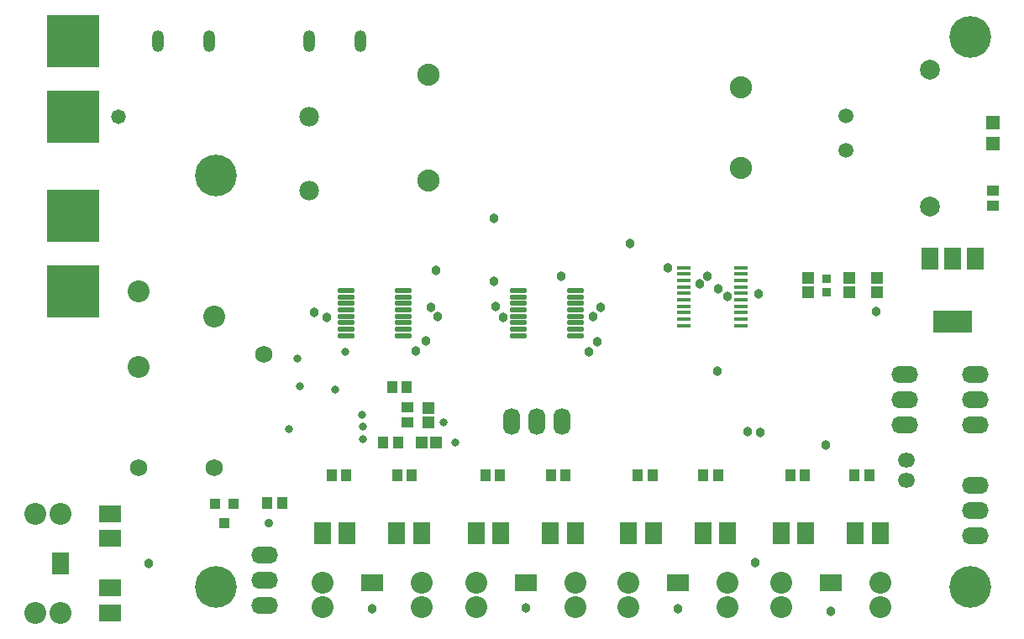
<source format=gts>
G04*
G04 #@! TF.GenerationSoftware,Altium Limited,Altium Designer,20.0.13 (296)*
G04*
G04 Layer_Color=8388736*
%FSLAX25Y25*%
%MOIN*%
G70*
G01*
G75*
%ADD17R,0.04934X0.04540*%
%ADD18R,0.04343X0.05131*%
%ADD19R,0.04540X0.04934*%
%ADD20R,0.05131X0.04343*%
%ADD21R,0.03556X0.03359*%
%ADD22R,0.05524X0.05524*%
%ADD23R,0.20800X0.20800*%
%ADD24R,0.05315X0.01575*%
%ADD25O,0.06902X0.02178*%
%ADD26R,0.06706X0.08674*%
%ADD27R,0.15761X0.08674*%
%ADD28R,0.03950X0.04343*%
%ADD29C,0.06800*%
%ADD30O,0.06800X0.05721*%
%ADD31O,0.06800X0.10642*%
%ADD32O,0.10642X0.06800*%
%ADD33R,0.06800X0.08674*%
%ADD34R,0.08674X0.06800*%
%ADD35C,0.08674*%
%ADD36R,0.06800X0.08674*%
%ADD37R,0.08674X0.06800*%
%ADD38C,0.08800*%
%ADD39C,0.05918*%
%ADD40O,0.04737X0.08674*%
%ADD41C,0.07800*%
%ADD42C,0.07887*%
%ADD43C,0.03300*%
%ADD44C,0.03800*%
%ADD45C,0.03200*%
%ADD46C,0.03600*%
%ADD47C,0.16548*%
%ADD48C,0.05800*%
D17*
X163000Y88854D02*
D03*
Y83146D02*
D03*
X341000Y134646D02*
D03*
Y140354D02*
D03*
X330000Y134646D02*
D03*
Y140354D02*
D03*
X313500D02*
D03*
Y134646D02*
D03*
D18*
X150547Y62000D02*
D03*
X156453D02*
D03*
X150953Y75000D02*
D03*
X145047D02*
D03*
X154453Y97000D02*
D03*
X148547D02*
D03*
X130453Y62000D02*
D03*
X124547D02*
D03*
X337953D02*
D03*
X332047D02*
D03*
X306547D02*
D03*
X312453D02*
D03*
X277953D02*
D03*
X272047D02*
D03*
X246047D02*
D03*
X251953D02*
D03*
X217453D02*
D03*
X211547D02*
D03*
X185547D02*
D03*
X191453D02*
D03*
X104953Y51000D02*
D03*
X99047D02*
D03*
D19*
X160146Y75000D02*
D03*
X165854D02*
D03*
D20*
X154500Y88953D02*
D03*
Y83047D02*
D03*
X387000Y169047D02*
D03*
Y174953D02*
D03*
D21*
X321000Y140157D02*
D03*
Y134843D02*
D03*
D22*
X387000Y202134D02*
D03*
Y193866D02*
D03*
D23*
X22000Y234500D02*
D03*
Y204500D02*
D03*
Y135000D02*
D03*
Y165000D02*
D03*
D24*
X286819Y144516D02*
D03*
Y141957D02*
D03*
Y139398D02*
D03*
Y136839D02*
D03*
Y134280D02*
D03*
Y131720D02*
D03*
Y129161D02*
D03*
Y126602D02*
D03*
Y124043D02*
D03*
Y121484D02*
D03*
X264181D02*
D03*
Y124043D02*
D03*
Y126602D02*
D03*
Y129161D02*
D03*
Y131720D02*
D03*
Y134280D02*
D03*
Y136839D02*
D03*
Y139398D02*
D03*
Y141957D02*
D03*
Y144516D02*
D03*
D25*
X198681Y135457D02*
D03*
Y132898D02*
D03*
Y130339D02*
D03*
Y127779D02*
D03*
Y125221D02*
D03*
Y122661D02*
D03*
Y120102D02*
D03*
Y117543D02*
D03*
X221319Y135457D02*
D03*
Y132898D02*
D03*
Y130339D02*
D03*
Y127779D02*
D03*
Y125221D02*
D03*
Y122661D02*
D03*
Y120102D02*
D03*
Y117543D02*
D03*
X130181Y135457D02*
D03*
Y132898D02*
D03*
Y130339D02*
D03*
Y127779D02*
D03*
Y125221D02*
D03*
Y122661D02*
D03*
Y120102D02*
D03*
Y117543D02*
D03*
X152819Y135457D02*
D03*
Y132898D02*
D03*
Y130339D02*
D03*
Y127779D02*
D03*
Y125221D02*
D03*
Y122661D02*
D03*
Y120102D02*
D03*
Y117543D02*
D03*
D26*
X380110Y148000D02*
D03*
X371055D02*
D03*
X362000D02*
D03*
D27*
X371055Y123197D02*
D03*
D28*
X85740Y50874D02*
D03*
X78260D02*
D03*
X82000Y43000D02*
D03*
D29*
X97500Y110000D02*
D03*
X48000Y65000D02*
D03*
X78000D02*
D03*
D30*
X352500Y60063D02*
D03*
Y67937D02*
D03*
D31*
X206000Y83500D02*
D03*
X216000D02*
D03*
X196000D02*
D03*
D32*
X98000Y20500D02*
D03*
Y30500D02*
D03*
Y10500D02*
D03*
X380000Y48000D02*
D03*
Y58000D02*
D03*
Y38000D02*
D03*
X352000Y92000D02*
D03*
Y102000D02*
D03*
Y82000D02*
D03*
X380000Y92000D02*
D03*
Y102000D02*
D03*
Y82000D02*
D03*
D33*
X16815Y27158D02*
D03*
D34*
X36500Y37000D02*
D03*
Y17315D02*
D03*
Y7472D02*
D03*
Y46843D02*
D03*
D35*
X6972D02*
D03*
X16815D02*
D03*
X6972Y7472D02*
D03*
X16815D02*
D03*
X342185Y19500D02*
D03*
Y9657D02*
D03*
X302815Y19500D02*
D03*
Y9657D02*
D03*
X281685Y19500D02*
D03*
Y9657D02*
D03*
X242315Y19500D02*
D03*
Y9657D02*
D03*
X221185Y19500D02*
D03*
Y9657D02*
D03*
X181815Y19500D02*
D03*
Y9657D02*
D03*
X160185Y19500D02*
D03*
Y9657D02*
D03*
X120815Y19500D02*
D03*
Y9657D02*
D03*
X48000Y105000D02*
D03*
Y135000D02*
D03*
X78000Y125000D02*
D03*
D36*
X302815Y39185D02*
D03*
X342185D02*
D03*
X332343D02*
D03*
X312657D02*
D03*
X242315D02*
D03*
X281685D02*
D03*
X271843D02*
D03*
X252157D02*
D03*
X181815D02*
D03*
X221185D02*
D03*
X211343D02*
D03*
X191657D02*
D03*
X120815D02*
D03*
X160185D02*
D03*
X150343D02*
D03*
X130657D02*
D03*
D37*
X322500Y19500D02*
D03*
X262000D02*
D03*
X201500D02*
D03*
X140500D02*
D03*
D38*
X162992Y221063D02*
D03*
Y178937D02*
D03*
X287008Y184055D02*
D03*
Y215945D02*
D03*
D39*
X328500Y204890D02*
D03*
Y191110D02*
D03*
D40*
X115567Y234500D02*
D03*
X76000D02*
D03*
X135843D02*
D03*
X55724D02*
D03*
D41*
X115500Y174972D02*
D03*
Y204500D02*
D03*
D42*
X362000Y223116D02*
D03*
Y168884D02*
D03*
D43*
X130000Y111000D02*
D03*
X136500Y86000D02*
D03*
X126000Y96000D02*
D03*
X173500Y75000D02*
D03*
X169000Y83000D02*
D03*
X111000Y108500D02*
D03*
X112000Y97500D02*
D03*
X137000Y81500D02*
D03*
D44*
X294500Y79000D02*
D03*
X289500Y79500D02*
D03*
X294000Y134000D02*
D03*
X292500Y27500D02*
D03*
X52000Y27000D02*
D03*
X140500Y9000D02*
D03*
X201500Y9500D02*
D03*
X262000Y9000D02*
D03*
X322500Y8000D02*
D03*
X277500Y103500D02*
D03*
X243000Y154000D02*
D03*
X215500Y141000D02*
D03*
X166000Y143500D02*
D03*
X189000Y164000D02*
D03*
Y139000D02*
D03*
X278000Y136000D02*
D03*
X281500Y133000D02*
D03*
X273500Y141000D02*
D03*
X270500Y138000D02*
D03*
X226500Y111000D02*
D03*
X230000Y115000D02*
D03*
X158000Y111500D02*
D03*
X162000Y115500D02*
D03*
X320500Y74000D02*
D03*
X231400Y128600D02*
D03*
X228323Y125000D02*
D03*
X192500Y124900D02*
D03*
X189500Y129000D02*
D03*
X166500Y125000D02*
D03*
X164000Y128600D02*
D03*
X122500Y124900D02*
D03*
X117500Y126906D02*
D03*
X340500Y127000D02*
D03*
X258000Y144500D02*
D03*
D45*
X137000Y76500D02*
D03*
X107500Y80500D02*
D03*
D46*
X99500Y43000D02*
D03*
D47*
X377953Y17717D02*
D03*
Y236221D02*
D03*
X78740Y181102D02*
D03*
Y17717D02*
D03*
D48*
X40000Y204500D02*
D03*
M02*

</source>
